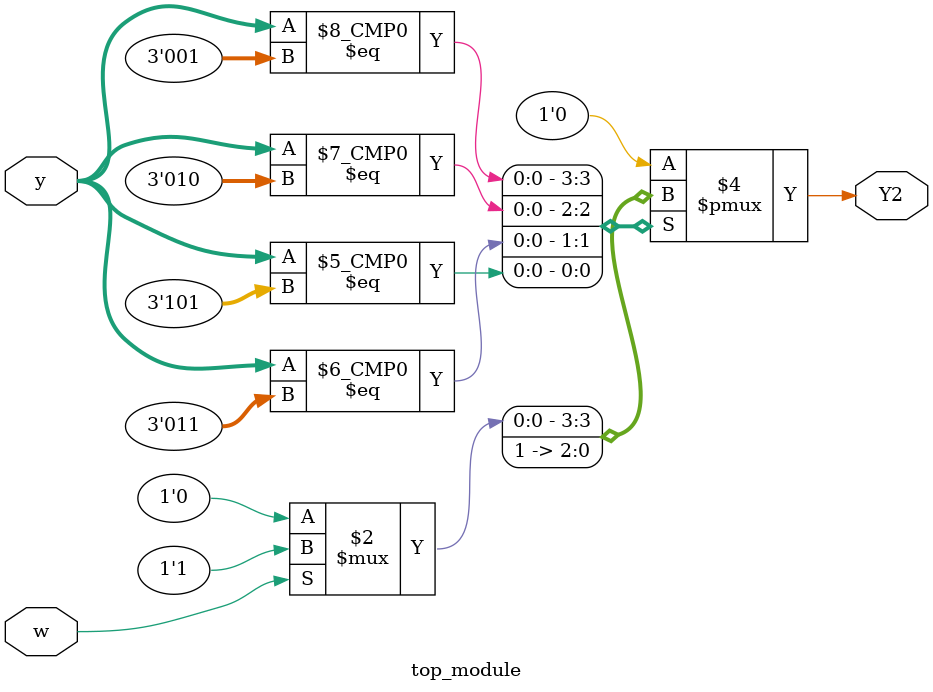
<source format=sv>
module top_module(
    input [3:1] y,
    input w,
    output reg Y2);

    always @(*) begin
        case (y)
            3'b000: Y2 = 1'b0; // State A
            3'b001: Y2 = w ? 1'b1 : 1'b0; // State B
            3'b010: Y2 = 1'b1; // State C
            3'b011: Y2 = 1'b1; // State D
            3'b100: Y2 = 1'b0; // State E
            3'b101: Y2 = 1'b1; // State F
            default: Y2 = 1'b0; // Default case to handle unexpected values
        endcase
    end
endmodule

</source>
